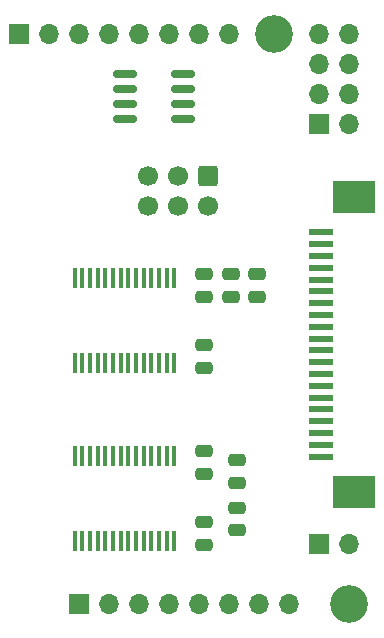
<source format=gts>
G04 #@! TF.GenerationSoftware,KiCad,Pcbnew,8.0.5*
G04 #@! TF.CreationDate,2024-09-14T16:10:14+01:00*
G04 #@! TF.ProjectId,DataShield,44617461-5368-4696-956c-642e6b696361,rev?*
G04 #@! TF.SameCoordinates,Original*
G04 #@! TF.FileFunction,Soldermask,Top*
G04 #@! TF.FilePolarity,Negative*
%FSLAX46Y46*%
G04 Gerber Fmt 4.6, Leading zero omitted, Abs format (unit mm)*
G04 Created by KiCad (PCBNEW 8.0.5) date 2024-09-14 16:10:14*
%MOMM*%
%LPD*%
G01*
G04 APERTURE LIST*
G04 Aperture macros list*
%AMRoundRect*
0 Rectangle with rounded corners*
0 $1 Rounding radius*
0 $2 $3 $4 $5 $6 $7 $8 $9 X,Y pos of 4 corners*
0 Add a 4 corners polygon primitive as box body*
4,1,4,$2,$3,$4,$5,$6,$7,$8,$9,$2,$3,0*
0 Add four circle primitives for the rounded corners*
1,1,$1+$1,$2,$3*
1,1,$1+$1,$4,$5*
1,1,$1+$1,$6,$7*
1,1,$1+$1,$8,$9*
0 Add four rect primitives between the rounded corners*
20,1,$1+$1,$2,$3,$4,$5,0*
20,1,$1+$1,$4,$5,$6,$7,0*
20,1,$1+$1,$6,$7,$8,$9,0*
20,1,$1+$1,$8,$9,$2,$3,0*%
G04 Aperture macros list end*
%ADD10R,1.700000X1.700000*%
%ADD11O,1.700000X1.700000*%
%ADD12R,2.000000X0.610000*%
%ADD13R,3.600000X2.680000*%
%ADD14C,3.200000*%
%ADD15RoundRect,0.250000X0.475000X-0.250000X0.475000X0.250000X-0.475000X0.250000X-0.475000X-0.250000X0*%
%ADD16RoundRect,0.250000X-0.475000X0.250000X-0.475000X-0.250000X0.475000X-0.250000X0.475000X0.250000X0*%
%ADD17RoundRect,0.150000X-0.825000X-0.150000X0.825000X-0.150000X0.825000X0.150000X-0.825000X0.150000X0*%
%ADD18RoundRect,0.250000X-0.600000X0.600000X-0.600000X-0.600000X0.600000X-0.600000X0.600000X0.600000X0*%
%ADD19C,1.700000*%
%ADD20R,0.450000X1.750000*%
G04 APERTURE END LIST*
D10*
X173660000Y-97460000D03*
D11*
X176200000Y-97460000D03*
X178740000Y-97460000D03*
X181280000Y-97460000D03*
X183820000Y-97460000D03*
X186360000Y-97460000D03*
X188900000Y-97460000D03*
X191440000Y-97460000D03*
D10*
X168580000Y-49200000D03*
D11*
X171120000Y-49200000D03*
X173660000Y-49200000D03*
X176200000Y-49200000D03*
X178740000Y-49200000D03*
X181280000Y-49200000D03*
X183820000Y-49200000D03*
X186360000Y-49200000D03*
D12*
X194110000Y-85000000D03*
X194110000Y-84000000D03*
X194110000Y-83000000D03*
X194110000Y-82000000D03*
X194110000Y-81000000D03*
X194110000Y-80000000D03*
X194110000Y-79000000D03*
X194110000Y-78000000D03*
X194110000Y-77000000D03*
X194110000Y-76000000D03*
X194110000Y-75000000D03*
X194110000Y-74000000D03*
X194110000Y-73000000D03*
X194110000Y-72000000D03*
X194110000Y-71000000D03*
X194110000Y-70000000D03*
X194110000Y-69000000D03*
X194110000Y-68000000D03*
X194110000Y-67000000D03*
X194110000Y-66000000D03*
D13*
X196910000Y-87990000D03*
X196910000Y-63010000D03*
D10*
X193980000Y-92380000D03*
D11*
X196520000Y-92380000D03*
D14*
X196520000Y-97460000D03*
D10*
X193980000Y-56820000D03*
D11*
X196520000Y-56820000D03*
X193980000Y-54280000D03*
X196520000Y-54280000D03*
X193980000Y-51740000D03*
X196520000Y-51740000D03*
X193980000Y-49200000D03*
X196520000Y-49200000D03*
D15*
X186500000Y-71450000D03*
X186500000Y-69550000D03*
D16*
X184250000Y-84550000D03*
X184250000Y-86450000D03*
D17*
X177525000Y-52595000D03*
X177525000Y-53865000D03*
X177525000Y-55135000D03*
X177525000Y-56405000D03*
X182475000Y-56405000D03*
X182475000Y-55135000D03*
X182475000Y-53865000D03*
X182475000Y-52595000D03*
D16*
X184250000Y-75550000D03*
X184250000Y-77450000D03*
D15*
X187000000Y-87200000D03*
X187000000Y-85300000D03*
D16*
X184250000Y-69550000D03*
X184250000Y-71450000D03*
D18*
X184545000Y-61247500D03*
D19*
X184545000Y-63787500D03*
X182005000Y-61247500D03*
X182005000Y-63787500D03*
X179465000Y-61247500D03*
X179465000Y-63787500D03*
D20*
X173275000Y-77100000D03*
X173925000Y-77100000D03*
X174575000Y-77100000D03*
X175225000Y-77100000D03*
X175875000Y-77100000D03*
X176525000Y-77100000D03*
X177175000Y-77100000D03*
X177825000Y-77100000D03*
X178475000Y-77100000D03*
X179125000Y-77100000D03*
X179775000Y-77100000D03*
X180425000Y-77100000D03*
X181075000Y-77100000D03*
X181725000Y-77100000D03*
X181725000Y-69900000D03*
X181075000Y-69900000D03*
X180425000Y-69900000D03*
X179775000Y-69900000D03*
X179125000Y-69900000D03*
X178475000Y-69900000D03*
X177825000Y-69900000D03*
X177175000Y-69900000D03*
X176525000Y-69900000D03*
X175875000Y-69900000D03*
X175225000Y-69900000D03*
X174575000Y-69900000D03*
X173925000Y-69900000D03*
X173275000Y-69900000D03*
D15*
X187000000Y-91200000D03*
X187000000Y-89300000D03*
D16*
X184250000Y-90550000D03*
X184250000Y-92450000D03*
D20*
X173275000Y-92100000D03*
X173925000Y-92100000D03*
X174575000Y-92100000D03*
X175225000Y-92100000D03*
X175875000Y-92100000D03*
X176525000Y-92100000D03*
X177175000Y-92100000D03*
X177825000Y-92100000D03*
X178475000Y-92100000D03*
X179125000Y-92100000D03*
X179775000Y-92100000D03*
X180425000Y-92100000D03*
X181075000Y-92100000D03*
X181725000Y-92100000D03*
X181725000Y-84900000D03*
X181075000Y-84900000D03*
X180425000Y-84900000D03*
X179775000Y-84900000D03*
X179125000Y-84900000D03*
X178475000Y-84900000D03*
X177825000Y-84900000D03*
X177175000Y-84900000D03*
X176525000Y-84900000D03*
X175875000Y-84900000D03*
X175225000Y-84900000D03*
X174575000Y-84900000D03*
X173925000Y-84900000D03*
X173275000Y-84900000D03*
D16*
X188750000Y-69550000D03*
X188750000Y-71450000D03*
D14*
X190170000Y-49200000D03*
M02*

</source>
